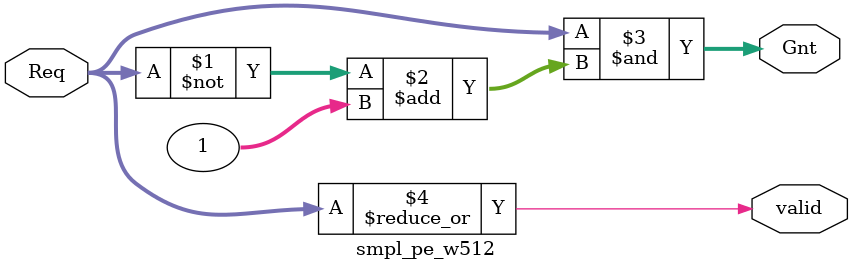
<source format=v>
module smpl_pe_w512(
    input              [ 511: 0]        Req                        ,
    output             [ 511: 0]        Gnt                        ,
    output                              valid                       
);
    assign Gnt = Req & (~Req + 1);
    assign valid = |Req;
                                                                   
endmodule
</source>
